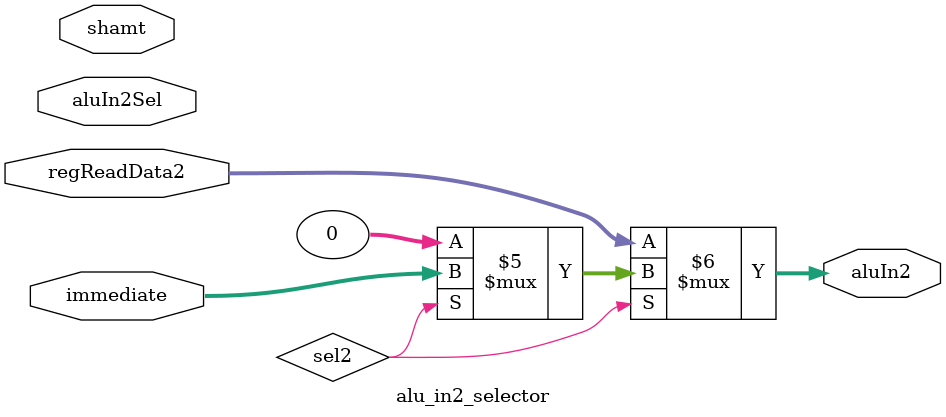
<source format=v>
`timescale 1ns / 1ps


module alu_in2_selector(
    input [1:0] aluIn2Sel,
    input [31:0] regReadData2, immediate, shamt,
    output [31:0] aluIn2
);


assign aluIn2 = (sel2 == 2'b00) ? regReadData2 :
                (sel2 == 2'b01) ? immediate :
                (sel2 == 2'b10) ? shamt : 
                32'h0;
endmodule
</source>
